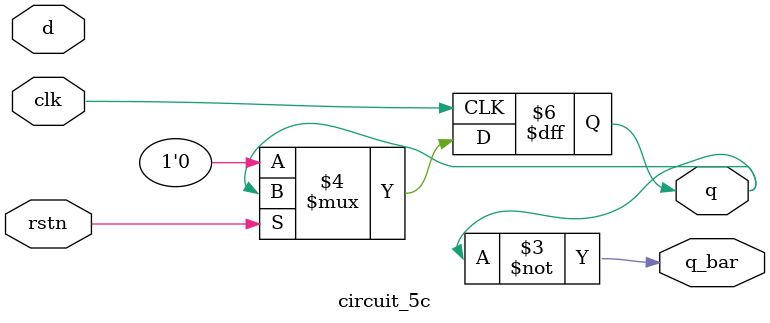
<source format=v>
module circuit_5a(input t, rstn, clk, output reg q, q_bar);
    always @(posedge clk) begin
        if (~rstn)
            q <= 0;
        else if(t)
            q <= ~q;
    end
    assign q_bar = ~q;
endmodule

module circuit_5b(input d, rstn, clk, output reg q, q_bar);
    always @(posedge clk) begin
        if (~rstn)
            q <= 0;
        else
            q <= d;
    end
    assign q_bar = ~q;
endmodule

module circuit_5c#(parameter FF_TYPE = "DFF")
                (input d, clk, rstn,
                output reg q, q_bar);
    always @(posedge clk) begin
        if (~rstn)
            q <= 0;
        else if (FF_TYPE == "TFF")
            if(d)
                q <= ~  q;
        else
            q <= d;

    end
    assign q_bar = ~q;
endmodule
</source>
